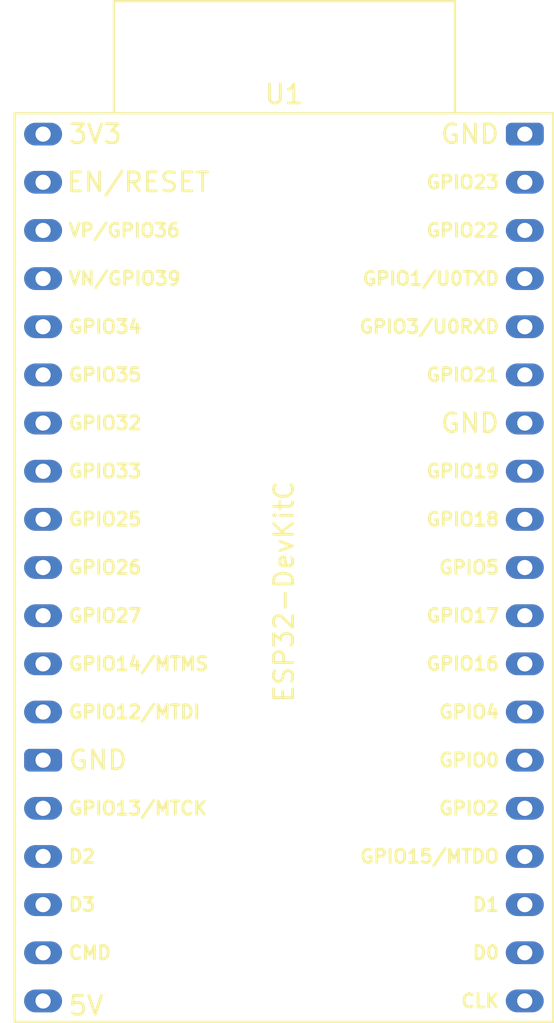
<source format=kicad_pcb>
(kicad_pcb (version 20211014) (generator pcbnew)
  (layers (0 "F.Cu" signal) (31 "B.Cu" signal) (34 "B.Paste" user) (35 "F.Paste" user) (36 "B.SilkS" user "B.Silkscreen") (37 "F.SilkS" user "F.Silkscreen") (38 "B.Mask" user) (39 "F.Mask" user) (44 "Edge.Cuts" user))
  (net 0 "")
  (footprint "Espressif:ESP32-DevKitC" (layer "F.Cu") (at 100.57892 48.53686)
    (fp_text reference "U1" (at 12.70368 -2.09728) (layer "F.SilkS"))
    (fp_text value "ESP32-DevKitC" (at 12.70368 24.13272 90) (layer "F.SilkS"))
    (fp_text user "GPIO21" (at 24.13368 12.70272 unlocked) (layer "F.SilkS") (effects (font (size 0.7 0.7)) (justify right)))
    (fp_text user "GPIO32" (at 1.27368 15.24272 unlocked) (layer "F.SilkS") (effects (font (size 0.7 0.7)) (justify left)))
    (fp_text user "GND" (at 1.27368 33.02272 unlocked) (layer "F.SilkS") (effects (justify left)))
    (fp_text user "GPIO3/U0RXD" (at 24.13368 10.16272 unlocked) (layer "F.SilkS") (effects (font (size 0.7 0.7)) (justify right)))
    (fp_text user "GPIO5" (at 24.13368 22.86272 unlocked) (layer "F.SilkS") (effects (font (size 0.7 0.7)) (justify right)))
    (fp_text user "GPIO1/U0TXD" (at 24.13368 7.62272 unlocked) (layer "F.SilkS") (effects (font (size 0.7 0.7)) (justify right)))
    (fp_text user "D2" (at 1.27368 38.10272 unlocked) (layer "F.SilkS") (effects (font (size 0.7 0.7)) (justify left)))
    (fp_text user "GPIO25" (at 1.27368 20.32272 unlocked) (layer "F.SilkS") (effects (font (size 0.7 0.7)) (justify left)))
    (fp_text user "GPIO12/MTDI" (at 1.27368 30.48272 unlocked) (layer "F.SilkS") (effects (font (size 0.7 0.7)) (justify left)))
    (fp_text user "GPIO18" (at 24.13368 20.32272 unlocked) (layer "F.SilkS") (effects (font (size 0.7 0.7)) (justify right)))
    (fp_text user "GPIO19" (at 24.13368 17.78272 unlocked) (layer "F.SilkS") (effects (font (size 0.7 0.7)) (justify right)))
    (fp_text user "GPIO17" (at 24.13368 25.40272 unlocked) (layer "F.SilkS") (effects (font (size 0.7 0.7)) (justify right)))
    (fp_text user "GPIO27" (at 1.27368 25.40272 unlocked) (layer "F.SilkS") (effects (font (size 0.7 0.7)) (justify left)))
    (fp_text user "GPIO35" (at 1.27368 12.70272 unlocked) (layer "F.SilkS") (effects (font (size 0.7 0.7)) (justify left)))
    (fp_text user "VP/GPIO36" (at 1.27368 5.08272 unlocked) (layer "F.SilkS") (effects (font (size 0.7 0.7)) (justify left)))
    (fp_text user "GND" (at 24.13368 0.00272 unlocked) (layer "F.SilkS") (effects (justify right)))
    (fp_text user "GPIO26" (at 1.27368 22.86272 unlocked) (layer "F.SilkS") (effects (font (size 0.7 0.7)) (justify left)))
    (fp_text user "GPIO33" (at 1.27368 17.78272 unlocked) (layer "F.SilkS") (effects (font (size 0.7 0.7)) (justify left)))
    (fp_text user "GPIO22" (at 24.13368 5.08272 unlocked) (layer "F.SilkS") (effects (font (size 0.7 0.7)) (justify right)))
    (fp_text user "GPIO4" (at 24.13368 30.48272 unlocked) (layer "F.SilkS") (effects (font (size 0.7 0.7)) (justify right)))
    (fp_text user "3V3" (at 1.27368 0.00272 unlocked) (layer "F.SilkS") (effects (justify left)))
    (fp_text user "CLK" (at 24.13368 45.72272 unlocked) (layer "F.SilkS") (effects (font (size 0.7 0.7)) (justify right)))
    (fp_text user "VN/GPIO39" (at 1.27368 7.62272 unlocked) (layer "F.SilkS") (effects (font (size 0.7 0.7)) (justify left)))
    (fp_text user "GPIO16" (at 24.13368 27.94272 unlocked) (layer "F.SilkS") (effects (font (size 0.7 0.7)) (justify right)))
    (fp_text user "GPIO2" (at 24.13368 35.56272 unlocked) (layer "F.SilkS") (effects (font (size 0.7 0.7)) (justify right)))
    (fp_text user "GND" (at 24.13368 15.24272 unlocked) (layer "F.SilkS") (effects (justify right)))
    (fp_text user "GPIO34" (at 1.27368 10.16272 unlocked) (layer "F.SilkS") (effects (font (size 0.7 0.7)) (justify left)))
    (fp_text user "GPIO14/MTMS" (at 1.27368 27.94272 unlocked) (layer "F.SilkS") (effects (font (size 0.7 0.7)) (justify left)))
    (fp_text user "GPIO13/MTCK" (at 1.27368 35.56272 unlocked) (layer "F.SilkS") (effects (font (size 0.7 0.7)) (justify left)))
    (fp_text user "EN/RESET" (at 8.89 2.54 unlocked) (layer "F.SilkS") (effects (justify right)))
    (fp_text user "GPIO23" (at 24.13368 2.54272 unlocked) (layer "F.SilkS") (effects (font (size 0.7 0.7)) (justify right)))
    (fp_text user "D0" (at 24.13368 43.18272 unlocked) (layer "F.SilkS") (effects (font (size 0.7 0.7)) (justify right)))
    (fp_text user "GPIO15/MTDO" (at 24.13368 38.10272 unlocked) (layer "F.SilkS") (effects (font (size 0.7 0.7)) (justify right)))
    (fp_text user "GPIO0" (at 24.13368 33.02272 unlocked) (layer "F.SilkS") (effects (font (size 0.7 0.7)) (justify right)))
    (fp_text user "D1" (at 24.13368 40.64272 unlocked) (layer "F.SilkS") (effects (font (size 0.7 0.7)) (justify right)))
    (fp_text user "D3" (at 1.27368 40.64272 unlocked) (layer "F.SilkS") (effects (font (size 0.7 0.7)) (justify left)))
    (fp_text user "CMD" (at 1.27368 43.18272 unlocked) (layer "F.SilkS") (effects (font (size 0.7 0.7)) (justify left)))
    (fp_text user "5V" (at 1.27 45.974 unlocked) (layer "F.SilkS") (effects (justify left)))
    (fp_line (start 26.903679 46.82272) (end 26.90368 -1.09728) (layer "F.SilkS") (width 0.12))
    (fp_line (start 3.7338 -1.1176) (end 3.7338 -7.0104) (layer "F.SilkS") (width 0.12))
    (fp_line (start 21.717 -7.0104) (end 21.717 -1.1176) (layer "F.SilkS") (width 0.12))
    (fp_line (start -1.496319 -1.09728) (end -1.49632 46.82272) (layer "F.SilkS") (width 0.12))
    (fp_line (start 26.90368 -1.09728) (end -1.496319 -1.09728) (layer "F.SilkS") (width 0.12))
    (fp_line (start -1.49632 46.82272) (end 26.903679 46.82272) (layer "F.SilkS") (width 0.12))
    (fp_line (start 3.7338 -7.0104) (end 21.717 -7.0104) (layer "F.SilkS") (width 0.12))
    (pad "1" thru_hole oval locked (at 0.00368 0.00272 270) (size 1.2 2) (drill 0.8) (layers *.Cu *.Mask))
    (pad "2" thru_hole oval locked (at 0.00368 2.54272 270) (size 1.2 2) (drill 0.8) (layers *.Cu *.Mask))
    (pad "3" thru_hole oval locked (at 0.00368 5.08272 270) (size 1.2 2) (drill 0.8) (layers *.Cu *.Mask))
    (pad "4" thru_hole oval locked (at 0.00368 7.62272 270) (size 1.2 2) (drill 0.8) (layers *.Cu *.Mask))
    (pad "5" thru_hole oval locked (at 0.00368 10.16272 270) (size 1.2 2) (drill 0.8) (layers *.Cu *.Mask))
    (pad "6" thru_hole oval locked (at 0.00368 12.70272 270) (size 1.2 2) (drill 0.8) (layers *.Cu *.Mask))
    (pad "7" thru_hole oval locked (at 0.00368 15.24272 270) (size 1.2 2) (drill 0.8) (layers *.Cu *.Mask))
    (pad "8" thru_hole oval locked (at 0.00368 17.78272 270) (size 1.2 2) (drill 0.8) (layers *.Cu *.Mask))
    (pad "9" thru_hole oval locked (at 0.00368 20.32272 270) (size 1.2 2) (drill 0.8) (layers *.Cu *.Mask))
    (pad "10" thru_hole oval locked (at 0.00368 22.86272 270) (size 1.2 2) (drill 0.8) (layers *.Cu *.Mask))
    (pad "11" thru_hole oval locked (at 0.00368 25.40272 270) (size 1.2 2) (drill 0.8) (layers *.Cu *.Mask))
    (pad "12" thru_hole oval locked (at 0.00368 27.94272 270) (size 1.2 2) (drill 0.8) (layers *.Cu *.Mask))
    (pad "13" thru_hole oval locked (at 0.00368 30.48272 270) (size 1.2 2) (drill 0.8) (layers *.Cu *.Mask))
    (pad "14" thru_hole roundrect locked (at 0.00368 33.02272 270) (size 1.2 2) (drill 0.8) (layers *.Cu *.Mask))
    (pad "15" thru_hole oval locked (at 0.00368 35.56272 270) (size 1.2 2) (drill 0.8) (layers *.Cu *.Mask))
    (pad "16" thru_hole oval locked (at 0.00368 38.10272 270) (size 1.2 2) (drill 0.8) (layers *.Cu *.Mask))
    (pad "17" thru_hole oval locked (at 0.00368 40.64272 270) (size 1.2 2) (drill 0.8) (layers *.Cu *.Mask))
    (pad "18" thru_hole oval locked (at 0.00368 43.18272 270) (size 1.2 2) (drill 0.8) (layers *.Cu *.Mask))
    (pad "19" thru_hole oval locked (at 0.00368 45.72272 270) (size 1.2 2) (drill 0.8) (layers *.Cu *.Mask))
    (pad "20" thru_hole oval locked (at 25.4 45.72 270) (size 1.2 2) (drill 0.8) (layers *.Cu *.Mask))
    (pad "21" thru_hole oval locked (at 25.4 43.18 270) (size 1.2 2) (drill 0.8) (layers *.Cu *.Mask))
    (pad "22" thru_hole oval locked (at 25.40368 40.64272 270) (size 1.2 2) (drill 0.8) (layers *.Cu *.Mask))
    (pad "23" thru_hole oval locked (at 25.40368 38.10272 270) (size 1.2 2) (drill 0.8) (layers *.Cu *.Mask))
    (pad "24" thru_hole oval locked (at 25.40368 35.56272 270) (size 1.2 2) (drill 0.8) (layers *.Cu *.Mask))
    (pad "25" thru_hole oval locked (at 25.40368 33.02272 270) (size 1.2 2) (drill 0.8) (layers *.Cu *.Mask))
    (pad "26" thru_hole oval locked (at 25.40368 30.48272 270) (size 1.2 2) (drill 0.8) (layers *.Cu *.Mask))
    (pad "27" thru_hole oval locked (at 25.40368 27.94272 270) (size 1.2 2) (drill 0.8) (layers *.Cu *.Mask))
    (pad "28" thru_hole oval locked (at 25.40368 25.40272 270) (size 1.2 2) (drill 0.8) (layers *.Cu *.Mask))
    (pad "29" thru_hole oval locked (at 25.40368 22.86272 270) (size 1.2 2) (drill 0.8) (layers *.Cu *.Mask))
    (pad "30" thru_hole oval locked (at 25.40368 20.32272 270) (size 1.2 2) (drill 0.8) (layers *.Cu *.Mask))
    (pad "31" thru_hole oval locked (at 25.40368 17.78272 270) (size 1.2 2) (drill 0.8) (layers *.Cu *.Mask))
    (pad "32" thru_hole oval locked (at 25.40368 15.24272 270) (size 1.2 2) (drill 0.8) (layers *.Cu *.Mask))
    (pad "33" thru_hole oval locked (at 25.40368 12.70272 270) (size 1.2 2) (drill 0.8) (layers *.Cu *.Mask))
    (pad "34" thru_hole oval locked (at 25.40368 10.16272 270) (size 1.2 2) (drill 0.8) (layers *.Cu *.Mask))
    (pad "35" thru_hole oval locked (at 25.40368 7.62272 270) (size 1.2 2) (drill 0.8) (layers *.Cu *.Mask))
    (pad "36" thru_hole oval locked (at 25.40368 5.08272 270) (size 1.2 2) (drill 0.8) (layers *.Cu *.Mask))
    (pad "37" thru_hole oval locked (at 25.40368 2.54272 270) (size 1.2 2) (drill 0.8) (layers *.Cu *.Mask))
    (pad "38" thru_hole roundrect locked (at 25.40368 0.00272 270) (size 1.2 2) (drill 0.8) (layers *.Cu *.Mask))
  )
)
</source>
